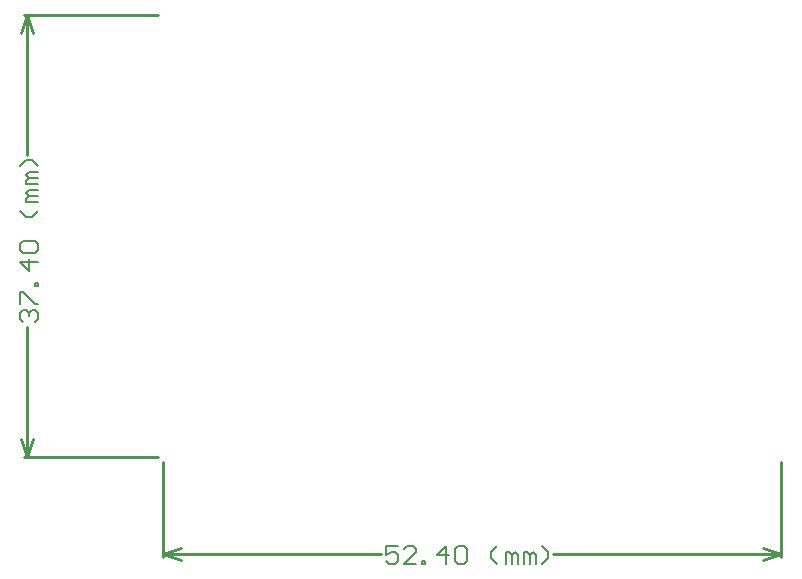
<source format=gm1>
%FSLAX44Y44*%
%MOMM*%
G71*
G01*
G75*
G04 Layer_Color=16711935*
%ADD10R,0.8000X0.4000*%
%ADD11O,0.8000X0.4000*%
%ADD12C,0.2000*%
%ADD13C,1.5000*%
%ADD14R,1.5000X1.5000*%
%ADD15R,1.5000X1.5000*%
%ADD16C,4.7600*%
%ADD17R,1.6900X1.6900*%
%ADD18C,1.6900*%
%ADD19C,1.0000*%
%ADD20C,1.3000*%
%ADD21C,1.2700*%
%ADD22C,1.0160*%
%ADD23C,1.9160*%
%ADD24C,4.2760*%
%ADD25C,2.1060*%
%ADD26C,1.5660*%
%ADD27C,1.7160*%
%ADD28C,1.7272*%
%ADD29C,0.1000*%
%ADD30C,0.2540*%
%ADD31C,0.1500*%
%ADD32C,0.2032*%
%ADD33R,1.0032X0.6032*%
%ADD34O,1.0032X0.6032*%
%ADD35C,1.7032*%
%ADD36R,1.7032X1.7032*%
%ADD37R,1.7032X1.7032*%
%ADD38C,4.9632*%
%ADD39R,1.8932X1.8932*%
%ADD40C,1.8932*%
%ADD41C,1.2032*%
%ADD42C,1.5032*%
%ADD43C,1.4732*%
%ADD44C,0.1524*%
D30*
X1045000Y690880D02*
Y770960D01*
X521000Y690880D02*
Y770960D01*
X851558Y693420D02*
X1045000D01*
X521000D02*
X706314D01*
X1029760Y698500D02*
X1045000Y693420D01*
X1029760Y688340D02*
X1045000Y693420D01*
X521000D02*
X536240Y688340D01*
X521000Y693420D02*
X536240Y698500D01*
X403860Y1149000D02*
X516960D01*
X403860Y775000D02*
X516960D01*
X406400Y1030558D02*
Y1149000D01*
Y775000D02*
Y885314D01*
X401320Y1133760D02*
X406400Y1149000D01*
X411480Y1133760D01*
X406400Y775000D02*
X411480Y790240D01*
X401320D02*
X406400Y775000D01*
D44*
X720535Y699513D02*
X710378D01*
Y691896D01*
X715456Y694435D01*
X717996D01*
X720535Y691896D01*
Y686818D01*
X717996Y684278D01*
X712917D01*
X710378Y686818D01*
X735770Y684278D02*
X725613D01*
X735770Y694435D01*
Y696974D01*
X733231Y699513D01*
X728152D01*
X725613Y696974D01*
X740848Y684278D02*
Y686818D01*
X743388D01*
Y684278D01*
X740848D01*
X761162D02*
Y699513D01*
X753544Y691896D01*
X763701D01*
X768779Y696974D02*
X771319Y699513D01*
X776397D01*
X778936Y696974D01*
Y686818D01*
X776397Y684278D01*
X771319D01*
X768779Y686818D01*
Y696974D01*
X804328Y684278D02*
X799249Y689357D01*
Y694435D01*
X804328Y699513D01*
X811945Y684278D02*
Y694435D01*
X814484D01*
X817024Y691896D01*
Y684278D01*
Y691896D01*
X819563Y694435D01*
X822102Y691896D01*
Y684278D01*
X827180D02*
Y694435D01*
X829720D01*
X832259Y691896D01*
Y684278D01*
Y691896D01*
X834798Y694435D01*
X837337Y691896D01*
Y684278D01*
X842415D02*
X847494Y689357D01*
Y694435D01*
X842415Y699513D01*
X402846Y889378D02*
X400307Y891917D01*
Y896996D01*
X402846Y899535D01*
X405385D01*
X407924Y896996D01*
Y894456D01*
Y896996D01*
X410463Y899535D01*
X413002D01*
X415541Y896996D01*
Y891917D01*
X413002Y889378D01*
X400307Y904613D02*
Y914770D01*
X402846D01*
X413002Y904613D01*
X415541D01*
Y919848D02*
X413002D01*
Y922387D01*
X415541D01*
Y919848D01*
Y940162D02*
X400307D01*
X407924Y932544D01*
Y942701D01*
X402846Y947779D02*
X400307Y950319D01*
Y955397D01*
X402846Y957936D01*
X413002D01*
X415541Y955397D01*
Y950319D01*
X413002Y947779D01*
X402846D01*
X415541Y983328D02*
X410463Y978249D01*
X405385D01*
X400307Y983328D01*
X415541Y990945D02*
X405385D01*
Y993484D01*
X407924Y996024D01*
X415541D01*
X407924D01*
X405385Y998563D01*
X407924Y1001102D01*
X415541D01*
Y1006180D02*
X405385D01*
Y1008720D01*
X407924Y1011259D01*
X415541D01*
X407924D01*
X405385Y1013798D01*
X407924Y1016337D01*
X415541D01*
Y1021415D02*
X410463Y1026494D01*
X405385D01*
X400307Y1021415D01*
M02*

</source>
